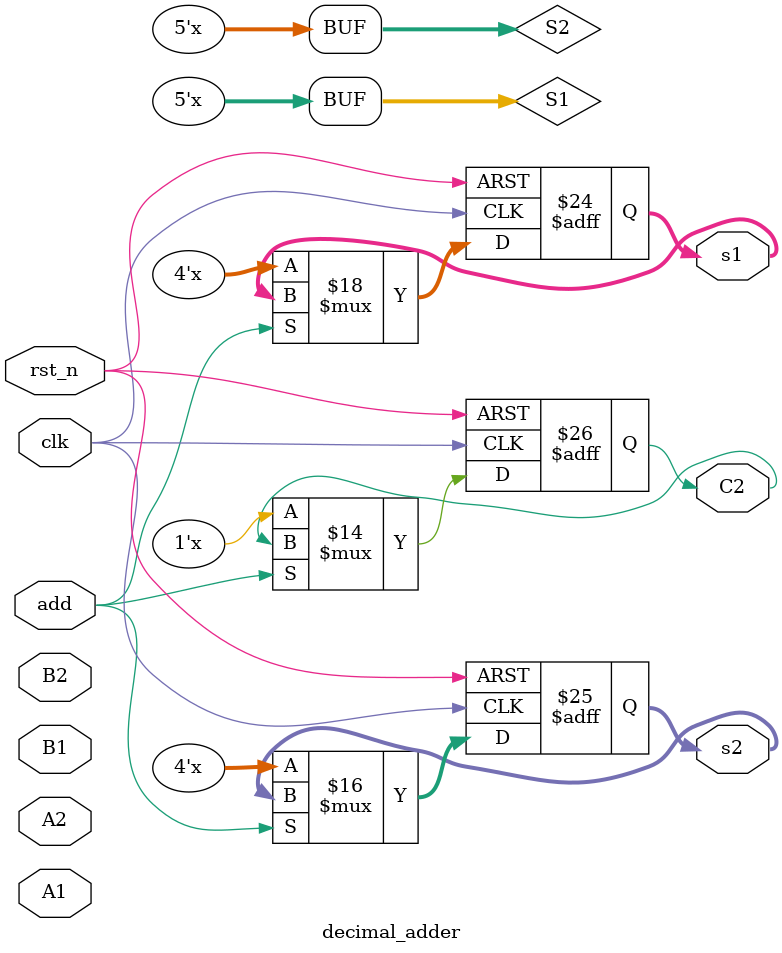
<source format=v>
`timescale 1ns / 1ps
module decimal_adder(
	A1,
	B1,
	A2,
	B2,
	s1,
	s2,
	C2,
	add,
	clk,
	rst_n
    );
/*input*/
input [3:0]A1;
input [3:0]B1;
input [3:0]A2;
input [3:0]B2;
input add;
input clk;
input rst_n;
//input Cin;
/*output*/
output [3:0]s1;
output [3:0]s2;
//output C1;
output C2;
	 
reg [4:0]Sum1;
reg [4:0]Sum2;
reg [4:0]S1;
reg [4:0]S2;
reg [3:0]s1;
reg [3:0]s2;
reg C1;
reg C2;

//1-digit adder
always@(*)
begin
	S1 <= Sum1;
	Sum1 <= A1 + B1;
	S2 <= Sum2;
	Sum2 <= A2 + B2 + C1;
	if(Sum1 > 4'd9)
	begin
		S1 <= Sum1 + 4'd6;
	end
	if(Sum2 > 4'd9)
	begin
		S2 <= Sum2 + 4'd6;
	end
end

always@(posedge clk or negedge rst_n)
begin
	if(~rst_n)
	begin
		C1<=1'b0;
		C2<=1'b0;
		s1 <= 4'd0;
		s2 <= 4'd0;
 	end
	else
	begin
		if(add==1'b0)
		begin
			C1 <= S1[4];
			s1 <= S1[3:0];
			C2 <= S2[4];
			s2 <= S2[3:0];
		end
	end
end




endmodule

</source>
